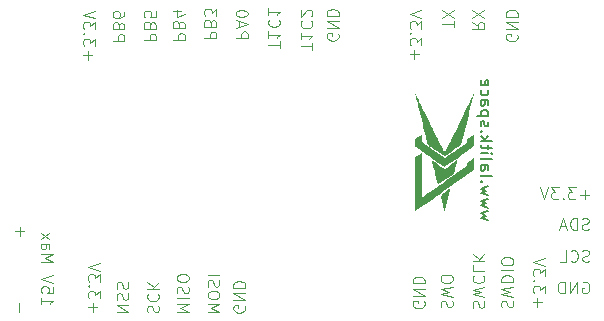
<source format=gbr>
%TF.GenerationSoftware,KiCad,Pcbnew,7.0.5*%
%TF.CreationDate,2023-08-19T00:15:43-06:00*%
%TF.ProjectId,STM32PlayBoard_v1,53544d33-3250-46c6-9179-426f6172645f,rev?*%
%TF.SameCoordinates,Original*%
%TF.FileFunction,Legend,Bot*%
%TF.FilePolarity,Positive*%
%FSLAX46Y46*%
G04 Gerber Fmt 4.6, Leading zero omitted, Abs format (unit mm)*
G04 Created by KiCad (PCBNEW 7.0.5) date 2023-08-19 00:15:43*
%MOMM*%
%LPD*%
G01*
G04 APERTURE LIST*
%ADD10C,0.125000*%
%ADD11C,0.200000*%
G04 APERTURE END LIST*
D10*
X50811261Y-67985859D02*
X50858880Y-68081097D01*
X50858880Y-68081097D02*
X50858880Y-68223954D01*
X50858880Y-68223954D02*
X50811261Y-68366811D01*
X50811261Y-68366811D02*
X50716023Y-68462049D01*
X50716023Y-68462049D02*
X50620785Y-68509668D01*
X50620785Y-68509668D02*
X50430309Y-68557287D01*
X50430309Y-68557287D02*
X50287452Y-68557287D01*
X50287452Y-68557287D02*
X50096976Y-68509668D01*
X50096976Y-68509668D02*
X50001738Y-68462049D01*
X50001738Y-68462049D02*
X49906500Y-68366811D01*
X49906500Y-68366811D02*
X49858880Y-68223954D01*
X49858880Y-68223954D02*
X49858880Y-68128716D01*
X49858880Y-68128716D02*
X49906500Y-67985859D01*
X49906500Y-67985859D02*
X49954119Y-67938240D01*
X49954119Y-67938240D02*
X50287452Y-67938240D01*
X50287452Y-67938240D02*
X50287452Y-68128716D01*
X49858880Y-67509668D02*
X50858880Y-67509668D01*
X50858880Y-67509668D02*
X49858880Y-66938240D01*
X49858880Y-66938240D02*
X50858880Y-66938240D01*
X49858880Y-66462049D02*
X50858880Y-66462049D01*
X50858880Y-66462049D02*
X50858880Y-66223954D01*
X50858880Y-66223954D02*
X50811261Y-66081097D01*
X50811261Y-66081097D02*
X50716023Y-65985859D01*
X50716023Y-65985859D02*
X50620785Y-65938240D01*
X50620785Y-65938240D02*
X50430309Y-65890621D01*
X50430309Y-65890621D02*
X50287452Y-65890621D01*
X50287452Y-65890621D02*
X50096976Y-65938240D01*
X50096976Y-65938240D02*
X50001738Y-65985859D01*
X50001738Y-65985859D02*
X49906500Y-66081097D01*
X49906500Y-66081097D02*
X49858880Y-66223954D01*
X49858880Y-66223954D02*
X49858880Y-66462049D01*
X58091261Y-90645859D02*
X58138880Y-90741097D01*
X58138880Y-90741097D02*
X58138880Y-90883954D01*
X58138880Y-90883954D02*
X58091261Y-91026811D01*
X58091261Y-91026811D02*
X57996023Y-91122049D01*
X57996023Y-91122049D02*
X57900785Y-91169668D01*
X57900785Y-91169668D02*
X57710309Y-91217287D01*
X57710309Y-91217287D02*
X57567452Y-91217287D01*
X57567452Y-91217287D02*
X57376976Y-91169668D01*
X57376976Y-91169668D02*
X57281738Y-91122049D01*
X57281738Y-91122049D02*
X57186500Y-91026811D01*
X57186500Y-91026811D02*
X57138880Y-90883954D01*
X57138880Y-90883954D02*
X57138880Y-90788716D01*
X57138880Y-90788716D02*
X57186500Y-90645859D01*
X57186500Y-90645859D02*
X57234119Y-90598240D01*
X57234119Y-90598240D02*
X57567452Y-90598240D01*
X57567452Y-90598240D02*
X57567452Y-90788716D01*
X57138880Y-90169668D02*
X58138880Y-90169668D01*
X58138880Y-90169668D02*
X57138880Y-89598240D01*
X57138880Y-89598240D02*
X58138880Y-89598240D01*
X57138880Y-89122049D02*
X58138880Y-89122049D01*
X58138880Y-89122049D02*
X58138880Y-88883954D01*
X58138880Y-88883954D02*
X58091261Y-88741097D01*
X58091261Y-88741097D02*
X57996023Y-88645859D01*
X57996023Y-88645859D02*
X57900785Y-88598240D01*
X57900785Y-88598240D02*
X57710309Y-88550621D01*
X57710309Y-88550621D02*
X57567452Y-88550621D01*
X57567452Y-88550621D02*
X57376976Y-88598240D01*
X57376976Y-88598240D02*
X57281738Y-88645859D01*
X57281738Y-88645859D02*
X57186500Y-88741097D01*
X57186500Y-88741097D02*
X57138880Y-88883954D01*
X57138880Y-88883954D02*
X57138880Y-89122049D01*
X34706500Y-91567287D02*
X34658880Y-91424430D01*
X34658880Y-91424430D02*
X34658880Y-91186335D01*
X34658880Y-91186335D02*
X34706500Y-91091097D01*
X34706500Y-91091097D02*
X34754119Y-91043478D01*
X34754119Y-91043478D02*
X34849357Y-90995859D01*
X34849357Y-90995859D02*
X34944595Y-90995859D01*
X34944595Y-90995859D02*
X35039833Y-91043478D01*
X35039833Y-91043478D02*
X35087452Y-91091097D01*
X35087452Y-91091097D02*
X35135071Y-91186335D01*
X35135071Y-91186335D02*
X35182690Y-91376811D01*
X35182690Y-91376811D02*
X35230309Y-91472049D01*
X35230309Y-91472049D02*
X35277928Y-91519668D01*
X35277928Y-91519668D02*
X35373166Y-91567287D01*
X35373166Y-91567287D02*
X35468404Y-91567287D01*
X35468404Y-91567287D02*
X35563642Y-91519668D01*
X35563642Y-91519668D02*
X35611261Y-91472049D01*
X35611261Y-91472049D02*
X35658880Y-91376811D01*
X35658880Y-91376811D02*
X35658880Y-91138716D01*
X35658880Y-91138716D02*
X35611261Y-90995859D01*
X34754119Y-89995859D02*
X34706500Y-90043478D01*
X34706500Y-90043478D02*
X34658880Y-90186335D01*
X34658880Y-90186335D02*
X34658880Y-90281573D01*
X34658880Y-90281573D02*
X34706500Y-90424430D01*
X34706500Y-90424430D02*
X34801738Y-90519668D01*
X34801738Y-90519668D02*
X34896976Y-90567287D01*
X34896976Y-90567287D02*
X35087452Y-90614906D01*
X35087452Y-90614906D02*
X35230309Y-90614906D01*
X35230309Y-90614906D02*
X35420785Y-90567287D01*
X35420785Y-90567287D02*
X35516023Y-90519668D01*
X35516023Y-90519668D02*
X35611261Y-90424430D01*
X35611261Y-90424430D02*
X35658880Y-90281573D01*
X35658880Y-90281573D02*
X35658880Y-90186335D01*
X35658880Y-90186335D02*
X35611261Y-90043478D01*
X35611261Y-90043478D02*
X35563642Y-89995859D01*
X34658880Y-89567287D02*
X35658880Y-89567287D01*
X34658880Y-88995859D02*
X35230309Y-89424430D01*
X35658880Y-88995859D02*
X35087452Y-89567287D01*
X62256500Y-91167287D02*
X62208880Y-91024430D01*
X62208880Y-91024430D02*
X62208880Y-90786335D01*
X62208880Y-90786335D02*
X62256500Y-90691097D01*
X62256500Y-90691097D02*
X62304119Y-90643478D01*
X62304119Y-90643478D02*
X62399357Y-90595859D01*
X62399357Y-90595859D02*
X62494595Y-90595859D01*
X62494595Y-90595859D02*
X62589833Y-90643478D01*
X62589833Y-90643478D02*
X62637452Y-90691097D01*
X62637452Y-90691097D02*
X62685071Y-90786335D01*
X62685071Y-90786335D02*
X62732690Y-90976811D01*
X62732690Y-90976811D02*
X62780309Y-91072049D01*
X62780309Y-91072049D02*
X62827928Y-91119668D01*
X62827928Y-91119668D02*
X62923166Y-91167287D01*
X62923166Y-91167287D02*
X63018404Y-91167287D01*
X63018404Y-91167287D02*
X63113642Y-91119668D01*
X63113642Y-91119668D02*
X63161261Y-91072049D01*
X63161261Y-91072049D02*
X63208880Y-90976811D01*
X63208880Y-90976811D02*
X63208880Y-90738716D01*
X63208880Y-90738716D02*
X63161261Y-90595859D01*
X63208880Y-90262525D02*
X62208880Y-90024430D01*
X62208880Y-90024430D02*
X62923166Y-89833954D01*
X62923166Y-89833954D02*
X62208880Y-89643478D01*
X62208880Y-89643478D02*
X63208880Y-89405383D01*
X62304119Y-88453002D02*
X62256500Y-88500621D01*
X62256500Y-88500621D02*
X62208880Y-88643478D01*
X62208880Y-88643478D02*
X62208880Y-88738716D01*
X62208880Y-88738716D02*
X62256500Y-88881573D01*
X62256500Y-88881573D02*
X62351738Y-88976811D01*
X62351738Y-88976811D02*
X62446976Y-89024430D01*
X62446976Y-89024430D02*
X62637452Y-89072049D01*
X62637452Y-89072049D02*
X62780309Y-89072049D01*
X62780309Y-89072049D02*
X62970785Y-89024430D01*
X62970785Y-89024430D02*
X63066023Y-88976811D01*
X63066023Y-88976811D02*
X63161261Y-88881573D01*
X63161261Y-88881573D02*
X63208880Y-88738716D01*
X63208880Y-88738716D02*
X63208880Y-88643478D01*
X63208880Y-88643478D02*
X63161261Y-88500621D01*
X63161261Y-88500621D02*
X63113642Y-88453002D01*
X62208880Y-87548240D02*
X62208880Y-88024430D01*
X62208880Y-88024430D02*
X63208880Y-88024430D01*
X62208880Y-87214906D02*
X63208880Y-87214906D01*
X62208880Y-86643478D02*
X62780309Y-87072049D01*
X63208880Y-86643478D02*
X62637452Y-87214906D01*
X39778880Y-91519668D02*
X40778880Y-91519668D01*
X40778880Y-91519668D02*
X40064595Y-91186335D01*
X40064595Y-91186335D02*
X40778880Y-90853002D01*
X40778880Y-90853002D02*
X39778880Y-90853002D01*
X40778880Y-90186335D02*
X40778880Y-89995859D01*
X40778880Y-89995859D02*
X40731261Y-89900621D01*
X40731261Y-89900621D02*
X40636023Y-89805383D01*
X40636023Y-89805383D02*
X40445547Y-89757764D01*
X40445547Y-89757764D02*
X40112214Y-89757764D01*
X40112214Y-89757764D02*
X39921738Y-89805383D01*
X39921738Y-89805383D02*
X39826500Y-89900621D01*
X39826500Y-89900621D02*
X39778880Y-89995859D01*
X39778880Y-89995859D02*
X39778880Y-90186335D01*
X39778880Y-90186335D02*
X39826500Y-90281573D01*
X39826500Y-90281573D02*
X39921738Y-90376811D01*
X39921738Y-90376811D02*
X40112214Y-90424430D01*
X40112214Y-90424430D02*
X40445547Y-90424430D01*
X40445547Y-90424430D02*
X40636023Y-90376811D01*
X40636023Y-90376811D02*
X40731261Y-90281573D01*
X40731261Y-90281573D02*
X40778880Y-90186335D01*
X39826500Y-89376811D02*
X39778880Y-89233954D01*
X39778880Y-89233954D02*
X39778880Y-88995859D01*
X39778880Y-88995859D02*
X39826500Y-88900621D01*
X39826500Y-88900621D02*
X39874119Y-88853002D01*
X39874119Y-88853002D02*
X39969357Y-88805383D01*
X39969357Y-88805383D02*
X40064595Y-88805383D01*
X40064595Y-88805383D02*
X40159833Y-88853002D01*
X40159833Y-88853002D02*
X40207452Y-88900621D01*
X40207452Y-88900621D02*
X40255071Y-88995859D01*
X40255071Y-88995859D02*
X40302690Y-89186335D01*
X40302690Y-89186335D02*
X40350309Y-89281573D01*
X40350309Y-89281573D02*
X40397928Y-89329192D01*
X40397928Y-89329192D02*
X40493166Y-89376811D01*
X40493166Y-89376811D02*
X40588404Y-89376811D01*
X40588404Y-89376811D02*
X40683642Y-89329192D01*
X40683642Y-89329192D02*
X40731261Y-89281573D01*
X40731261Y-89281573D02*
X40778880Y-89186335D01*
X40778880Y-89186335D02*
X40778880Y-88948240D01*
X40778880Y-88948240D02*
X40731261Y-88805383D01*
X39778880Y-88376811D02*
X40778880Y-88376811D01*
X59556500Y-91147287D02*
X59508880Y-91004430D01*
X59508880Y-91004430D02*
X59508880Y-90766335D01*
X59508880Y-90766335D02*
X59556500Y-90671097D01*
X59556500Y-90671097D02*
X59604119Y-90623478D01*
X59604119Y-90623478D02*
X59699357Y-90575859D01*
X59699357Y-90575859D02*
X59794595Y-90575859D01*
X59794595Y-90575859D02*
X59889833Y-90623478D01*
X59889833Y-90623478D02*
X59937452Y-90671097D01*
X59937452Y-90671097D02*
X59985071Y-90766335D01*
X59985071Y-90766335D02*
X60032690Y-90956811D01*
X60032690Y-90956811D02*
X60080309Y-91052049D01*
X60080309Y-91052049D02*
X60127928Y-91099668D01*
X60127928Y-91099668D02*
X60223166Y-91147287D01*
X60223166Y-91147287D02*
X60318404Y-91147287D01*
X60318404Y-91147287D02*
X60413642Y-91099668D01*
X60413642Y-91099668D02*
X60461261Y-91052049D01*
X60461261Y-91052049D02*
X60508880Y-90956811D01*
X60508880Y-90956811D02*
X60508880Y-90718716D01*
X60508880Y-90718716D02*
X60461261Y-90575859D01*
X60508880Y-90242525D02*
X59508880Y-90004430D01*
X59508880Y-90004430D02*
X60223166Y-89813954D01*
X60223166Y-89813954D02*
X59508880Y-89623478D01*
X59508880Y-89623478D02*
X60508880Y-89385383D01*
X60508880Y-88813954D02*
X60508880Y-88623478D01*
X60508880Y-88623478D02*
X60461261Y-88528240D01*
X60461261Y-88528240D02*
X60366023Y-88433002D01*
X60366023Y-88433002D02*
X60175547Y-88385383D01*
X60175547Y-88385383D02*
X59842214Y-88385383D01*
X59842214Y-88385383D02*
X59651738Y-88433002D01*
X59651738Y-88433002D02*
X59556500Y-88528240D01*
X59556500Y-88528240D02*
X59508880Y-88623478D01*
X59508880Y-88623478D02*
X59508880Y-88813954D01*
X59508880Y-88813954D02*
X59556500Y-88909192D01*
X59556500Y-88909192D02*
X59651738Y-89004430D01*
X59651738Y-89004430D02*
X59842214Y-89052049D01*
X59842214Y-89052049D02*
X60175547Y-89052049D01*
X60175547Y-89052049D02*
X60366023Y-89004430D01*
X60366023Y-89004430D02*
X60461261Y-88909192D01*
X60461261Y-88909192D02*
X60508880Y-88813954D01*
X29619833Y-70159668D02*
X29619833Y-69397764D01*
X29238880Y-69778716D02*
X30000785Y-69778716D01*
X30238880Y-69016811D02*
X30238880Y-68397764D01*
X30238880Y-68397764D02*
X29857928Y-68731097D01*
X29857928Y-68731097D02*
X29857928Y-68588240D01*
X29857928Y-68588240D02*
X29810309Y-68493002D01*
X29810309Y-68493002D02*
X29762690Y-68445383D01*
X29762690Y-68445383D02*
X29667452Y-68397764D01*
X29667452Y-68397764D02*
X29429357Y-68397764D01*
X29429357Y-68397764D02*
X29334119Y-68445383D01*
X29334119Y-68445383D02*
X29286500Y-68493002D01*
X29286500Y-68493002D02*
X29238880Y-68588240D01*
X29238880Y-68588240D02*
X29238880Y-68873954D01*
X29238880Y-68873954D02*
X29286500Y-68969192D01*
X29286500Y-68969192D02*
X29334119Y-69016811D01*
X29334119Y-67969192D02*
X29286500Y-67921573D01*
X29286500Y-67921573D02*
X29238880Y-67969192D01*
X29238880Y-67969192D02*
X29286500Y-68016811D01*
X29286500Y-68016811D02*
X29334119Y-67969192D01*
X29334119Y-67969192D02*
X29238880Y-67969192D01*
X30238880Y-67588240D02*
X30238880Y-66969193D01*
X30238880Y-66969193D02*
X29857928Y-67302526D01*
X29857928Y-67302526D02*
X29857928Y-67159669D01*
X29857928Y-67159669D02*
X29810309Y-67064431D01*
X29810309Y-67064431D02*
X29762690Y-67016812D01*
X29762690Y-67016812D02*
X29667452Y-66969193D01*
X29667452Y-66969193D02*
X29429357Y-66969193D01*
X29429357Y-66969193D02*
X29334119Y-67016812D01*
X29334119Y-67016812D02*
X29286500Y-67064431D01*
X29286500Y-67064431D02*
X29238880Y-67159669D01*
X29238880Y-67159669D02*
X29238880Y-67445383D01*
X29238880Y-67445383D02*
X29286500Y-67540621D01*
X29286500Y-67540621D02*
X29334119Y-67588240D01*
X30238880Y-66683478D02*
X29238880Y-66350145D01*
X29238880Y-66350145D02*
X30238880Y-66016812D01*
X25688880Y-90315859D02*
X25688880Y-90887287D01*
X25688880Y-90601573D02*
X26688880Y-90601573D01*
X26688880Y-90601573D02*
X26546023Y-90696811D01*
X26546023Y-90696811D02*
X26450785Y-90792049D01*
X26450785Y-90792049D02*
X26403166Y-90887287D01*
X26688880Y-89411097D02*
X26688880Y-89887287D01*
X26688880Y-89887287D02*
X26212690Y-89934906D01*
X26212690Y-89934906D02*
X26260309Y-89887287D01*
X26260309Y-89887287D02*
X26307928Y-89792049D01*
X26307928Y-89792049D02*
X26307928Y-89553954D01*
X26307928Y-89553954D02*
X26260309Y-89458716D01*
X26260309Y-89458716D02*
X26212690Y-89411097D01*
X26212690Y-89411097D02*
X26117452Y-89363478D01*
X26117452Y-89363478D02*
X25879357Y-89363478D01*
X25879357Y-89363478D02*
X25784119Y-89411097D01*
X25784119Y-89411097D02*
X25736500Y-89458716D01*
X25736500Y-89458716D02*
X25688880Y-89553954D01*
X25688880Y-89553954D02*
X25688880Y-89792049D01*
X25688880Y-89792049D02*
X25736500Y-89887287D01*
X25736500Y-89887287D02*
X25784119Y-89934906D01*
X26688880Y-89077763D02*
X25688880Y-88744430D01*
X25688880Y-88744430D02*
X26688880Y-88411097D01*
X25688880Y-87315858D02*
X26688880Y-87315858D01*
X26688880Y-87315858D02*
X25974595Y-86982525D01*
X25974595Y-86982525D02*
X26688880Y-86649192D01*
X26688880Y-86649192D02*
X25688880Y-86649192D01*
X25688880Y-85744430D02*
X26212690Y-85744430D01*
X26212690Y-85744430D02*
X26307928Y-85792049D01*
X26307928Y-85792049D02*
X26355547Y-85887287D01*
X26355547Y-85887287D02*
X26355547Y-86077763D01*
X26355547Y-86077763D02*
X26307928Y-86173001D01*
X25736500Y-85744430D02*
X25688880Y-85839668D01*
X25688880Y-85839668D02*
X25688880Y-86077763D01*
X25688880Y-86077763D02*
X25736500Y-86173001D01*
X25736500Y-86173001D02*
X25831738Y-86220620D01*
X25831738Y-86220620D02*
X25926976Y-86220620D01*
X25926976Y-86220620D02*
X26022214Y-86173001D01*
X26022214Y-86173001D02*
X26069833Y-86077763D01*
X26069833Y-86077763D02*
X26069833Y-85839668D01*
X26069833Y-85839668D02*
X26117452Y-85744430D01*
X25688880Y-85363477D02*
X26355547Y-84839668D01*
X26355547Y-85363477D02*
X25688880Y-84839668D01*
X37168880Y-91519668D02*
X38168880Y-91519668D01*
X38168880Y-91519668D02*
X37454595Y-91186335D01*
X37454595Y-91186335D02*
X38168880Y-90853002D01*
X38168880Y-90853002D02*
X37168880Y-90853002D01*
X37168880Y-90376811D02*
X38168880Y-90376811D01*
X37216500Y-89948240D02*
X37168880Y-89805383D01*
X37168880Y-89805383D02*
X37168880Y-89567288D01*
X37168880Y-89567288D02*
X37216500Y-89472050D01*
X37216500Y-89472050D02*
X37264119Y-89424431D01*
X37264119Y-89424431D02*
X37359357Y-89376812D01*
X37359357Y-89376812D02*
X37454595Y-89376812D01*
X37454595Y-89376812D02*
X37549833Y-89424431D01*
X37549833Y-89424431D02*
X37597452Y-89472050D01*
X37597452Y-89472050D02*
X37645071Y-89567288D01*
X37645071Y-89567288D02*
X37692690Y-89757764D01*
X37692690Y-89757764D02*
X37740309Y-89853002D01*
X37740309Y-89853002D02*
X37787928Y-89900621D01*
X37787928Y-89900621D02*
X37883166Y-89948240D01*
X37883166Y-89948240D02*
X37978404Y-89948240D01*
X37978404Y-89948240D02*
X38073642Y-89900621D01*
X38073642Y-89900621D02*
X38121261Y-89853002D01*
X38121261Y-89853002D02*
X38168880Y-89757764D01*
X38168880Y-89757764D02*
X38168880Y-89519669D01*
X38168880Y-89519669D02*
X38121261Y-89376812D01*
X38168880Y-88757764D02*
X38168880Y-88567288D01*
X38168880Y-88567288D02*
X38121261Y-88472050D01*
X38121261Y-88472050D02*
X38026023Y-88376812D01*
X38026023Y-88376812D02*
X37835547Y-88329193D01*
X37835547Y-88329193D02*
X37502214Y-88329193D01*
X37502214Y-88329193D02*
X37311738Y-88376812D01*
X37311738Y-88376812D02*
X37216500Y-88472050D01*
X37216500Y-88472050D02*
X37168880Y-88567288D01*
X37168880Y-88567288D02*
X37168880Y-88757764D01*
X37168880Y-88757764D02*
X37216500Y-88853002D01*
X37216500Y-88853002D02*
X37311738Y-88948240D01*
X37311738Y-88948240D02*
X37502214Y-88995859D01*
X37502214Y-88995859D02*
X37835547Y-88995859D01*
X37835547Y-88995859D02*
X38026023Y-88948240D01*
X38026023Y-88948240D02*
X38121261Y-88853002D01*
X38121261Y-88853002D02*
X38168880Y-88757764D01*
X31728880Y-68589668D02*
X32728880Y-68589668D01*
X32728880Y-68589668D02*
X32728880Y-68208716D01*
X32728880Y-68208716D02*
X32681261Y-68113478D01*
X32681261Y-68113478D02*
X32633642Y-68065859D01*
X32633642Y-68065859D02*
X32538404Y-68018240D01*
X32538404Y-68018240D02*
X32395547Y-68018240D01*
X32395547Y-68018240D02*
X32300309Y-68065859D01*
X32300309Y-68065859D02*
X32252690Y-68113478D01*
X32252690Y-68113478D02*
X32205071Y-68208716D01*
X32205071Y-68208716D02*
X32205071Y-68589668D01*
X32252690Y-67256335D02*
X32205071Y-67113478D01*
X32205071Y-67113478D02*
X32157452Y-67065859D01*
X32157452Y-67065859D02*
X32062214Y-67018240D01*
X32062214Y-67018240D02*
X31919357Y-67018240D01*
X31919357Y-67018240D02*
X31824119Y-67065859D01*
X31824119Y-67065859D02*
X31776500Y-67113478D01*
X31776500Y-67113478D02*
X31728880Y-67208716D01*
X31728880Y-67208716D02*
X31728880Y-67589668D01*
X31728880Y-67589668D02*
X32728880Y-67589668D01*
X32728880Y-67589668D02*
X32728880Y-67256335D01*
X32728880Y-67256335D02*
X32681261Y-67161097D01*
X32681261Y-67161097D02*
X32633642Y-67113478D01*
X32633642Y-67113478D02*
X32538404Y-67065859D01*
X32538404Y-67065859D02*
X32443166Y-67065859D01*
X32443166Y-67065859D02*
X32347928Y-67113478D01*
X32347928Y-67113478D02*
X32300309Y-67161097D01*
X32300309Y-67161097D02*
X32252690Y-67256335D01*
X32252690Y-67256335D02*
X32252690Y-67589668D01*
X32728880Y-66161097D02*
X32728880Y-66351573D01*
X32728880Y-66351573D02*
X32681261Y-66446811D01*
X32681261Y-66446811D02*
X32633642Y-66494430D01*
X32633642Y-66494430D02*
X32490785Y-66589668D01*
X32490785Y-66589668D02*
X32300309Y-66637287D01*
X32300309Y-66637287D02*
X31919357Y-66637287D01*
X31919357Y-66637287D02*
X31824119Y-66589668D01*
X31824119Y-66589668D02*
X31776500Y-66542049D01*
X31776500Y-66542049D02*
X31728880Y-66446811D01*
X31728880Y-66446811D02*
X31728880Y-66256335D01*
X31728880Y-66256335D02*
X31776500Y-66161097D01*
X31776500Y-66161097D02*
X31824119Y-66113478D01*
X31824119Y-66113478D02*
X31919357Y-66065859D01*
X31919357Y-66065859D02*
X32157452Y-66065859D01*
X32157452Y-66065859D02*
X32252690Y-66113478D01*
X32252690Y-66113478D02*
X32300309Y-66161097D01*
X32300309Y-66161097D02*
X32347928Y-66256335D01*
X32347928Y-66256335D02*
X32347928Y-66446811D01*
X32347928Y-66446811D02*
X32300309Y-66542049D01*
X32300309Y-66542049D02*
X32252690Y-66589668D01*
X32252690Y-66589668D02*
X32157452Y-66637287D01*
X23820166Y-90770331D02*
X23820166Y-91532236D01*
D11*
X63549447Y-83755564D02*
X62882780Y-83565088D01*
X62882780Y-83565088D02*
X63358971Y-83374612D01*
X63358971Y-83374612D02*
X62882780Y-83184136D01*
X62882780Y-83184136D02*
X63549447Y-82993660D01*
X63549447Y-82707945D02*
X62882780Y-82517469D01*
X62882780Y-82517469D02*
X63358971Y-82326993D01*
X63358971Y-82326993D02*
X62882780Y-82136517D01*
X62882780Y-82136517D02*
X63549447Y-81946041D01*
X63549447Y-81660326D02*
X62882780Y-81469850D01*
X62882780Y-81469850D02*
X63358971Y-81279374D01*
X63358971Y-81279374D02*
X62882780Y-81088898D01*
X62882780Y-81088898D02*
X63549447Y-80898422D01*
X62978019Y-80517469D02*
X62930400Y-80469850D01*
X62930400Y-80469850D02*
X62882780Y-80517469D01*
X62882780Y-80517469D02*
X62930400Y-80565088D01*
X62930400Y-80565088D02*
X62978019Y-80517469D01*
X62978019Y-80517469D02*
X62882780Y-80517469D01*
X62882780Y-79898422D02*
X62930400Y-79993660D01*
X62930400Y-79993660D02*
X63025638Y-80041279D01*
X63025638Y-80041279D02*
X63882780Y-80041279D01*
X62882780Y-79088898D02*
X63406590Y-79088898D01*
X63406590Y-79088898D02*
X63501828Y-79136517D01*
X63501828Y-79136517D02*
X63549447Y-79231755D01*
X63549447Y-79231755D02*
X63549447Y-79422231D01*
X63549447Y-79422231D02*
X63501828Y-79517469D01*
X62930400Y-79088898D02*
X62882780Y-79184136D01*
X62882780Y-79184136D02*
X62882780Y-79422231D01*
X62882780Y-79422231D02*
X62930400Y-79517469D01*
X62930400Y-79517469D02*
X63025638Y-79565088D01*
X63025638Y-79565088D02*
X63120876Y-79565088D01*
X63120876Y-79565088D02*
X63216114Y-79517469D01*
X63216114Y-79517469D02*
X63263733Y-79422231D01*
X63263733Y-79422231D02*
X63263733Y-79184136D01*
X63263733Y-79184136D02*
X63311352Y-79088898D01*
X62882780Y-78469850D02*
X62930400Y-78565088D01*
X62930400Y-78565088D02*
X63025638Y-78612707D01*
X63025638Y-78612707D02*
X63882780Y-78612707D01*
X62882780Y-78088897D02*
X63549447Y-78088897D01*
X63882780Y-78088897D02*
X63835161Y-78136516D01*
X63835161Y-78136516D02*
X63787542Y-78088897D01*
X63787542Y-78088897D02*
X63835161Y-78041278D01*
X63835161Y-78041278D02*
X63882780Y-78088897D01*
X63882780Y-78088897D02*
X63787542Y-78088897D01*
X63549447Y-77755564D02*
X63549447Y-77374612D01*
X63882780Y-77612707D02*
X63025638Y-77612707D01*
X63025638Y-77612707D02*
X62930400Y-77565088D01*
X62930400Y-77565088D02*
X62882780Y-77469850D01*
X62882780Y-77469850D02*
X62882780Y-77374612D01*
X62882780Y-77041278D02*
X63882780Y-77041278D01*
X63263733Y-76946040D02*
X62882780Y-76660326D01*
X63549447Y-76660326D02*
X63168495Y-77041278D01*
X62978019Y-76231754D02*
X62930400Y-76184135D01*
X62930400Y-76184135D02*
X62882780Y-76231754D01*
X62882780Y-76231754D02*
X62930400Y-76279373D01*
X62930400Y-76279373D02*
X62978019Y-76231754D01*
X62978019Y-76231754D02*
X62882780Y-76231754D01*
X62930400Y-75803183D02*
X62882780Y-75707945D01*
X62882780Y-75707945D02*
X62882780Y-75517469D01*
X62882780Y-75517469D02*
X62930400Y-75422231D01*
X62930400Y-75422231D02*
X63025638Y-75374612D01*
X63025638Y-75374612D02*
X63073257Y-75374612D01*
X63073257Y-75374612D02*
X63168495Y-75422231D01*
X63168495Y-75422231D02*
X63216114Y-75517469D01*
X63216114Y-75517469D02*
X63216114Y-75660326D01*
X63216114Y-75660326D02*
X63263733Y-75755564D01*
X63263733Y-75755564D02*
X63358971Y-75803183D01*
X63358971Y-75803183D02*
X63406590Y-75803183D01*
X63406590Y-75803183D02*
X63501828Y-75755564D01*
X63501828Y-75755564D02*
X63549447Y-75660326D01*
X63549447Y-75660326D02*
X63549447Y-75517469D01*
X63549447Y-75517469D02*
X63501828Y-75422231D01*
X63549447Y-74946040D02*
X62549447Y-74946040D01*
X63501828Y-74946040D02*
X63549447Y-74850802D01*
X63549447Y-74850802D02*
X63549447Y-74660326D01*
X63549447Y-74660326D02*
X63501828Y-74565088D01*
X63501828Y-74565088D02*
X63454209Y-74517469D01*
X63454209Y-74517469D02*
X63358971Y-74469850D01*
X63358971Y-74469850D02*
X63073257Y-74469850D01*
X63073257Y-74469850D02*
X62978019Y-74517469D01*
X62978019Y-74517469D02*
X62930400Y-74565088D01*
X62930400Y-74565088D02*
X62882780Y-74660326D01*
X62882780Y-74660326D02*
X62882780Y-74850802D01*
X62882780Y-74850802D02*
X62930400Y-74946040D01*
X62882780Y-73612707D02*
X63406590Y-73612707D01*
X63406590Y-73612707D02*
X63501828Y-73660326D01*
X63501828Y-73660326D02*
X63549447Y-73755564D01*
X63549447Y-73755564D02*
X63549447Y-73946040D01*
X63549447Y-73946040D02*
X63501828Y-74041278D01*
X62930400Y-73612707D02*
X62882780Y-73707945D01*
X62882780Y-73707945D02*
X62882780Y-73946040D01*
X62882780Y-73946040D02*
X62930400Y-74041278D01*
X62930400Y-74041278D02*
X63025638Y-74088897D01*
X63025638Y-74088897D02*
X63120876Y-74088897D01*
X63120876Y-74088897D02*
X63216114Y-74041278D01*
X63216114Y-74041278D02*
X63263733Y-73946040D01*
X63263733Y-73946040D02*
X63263733Y-73707945D01*
X63263733Y-73707945D02*
X63311352Y-73612707D01*
X62930400Y-72707945D02*
X62882780Y-72803183D01*
X62882780Y-72803183D02*
X62882780Y-72993659D01*
X62882780Y-72993659D02*
X62930400Y-73088897D01*
X62930400Y-73088897D02*
X62978019Y-73136516D01*
X62978019Y-73136516D02*
X63073257Y-73184135D01*
X63073257Y-73184135D02*
X63358971Y-73184135D01*
X63358971Y-73184135D02*
X63454209Y-73136516D01*
X63454209Y-73136516D02*
X63501828Y-73088897D01*
X63501828Y-73088897D02*
X63549447Y-72993659D01*
X63549447Y-72993659D02*
X63549447Y-72803183D01*
X63549447Y-72803183D02*
X63501828Y-72707945D01*
X62930400Y-71898421D02*
X62882780Y-71993659D01*
X62882780Y-71993659D02*
X62882780Y-72184135D01*
X62882780Y-72184135D02*
X62930400Y-72279373D01*
X62930400Y-72279373D02*
X63025638Y-72326992D01*
X63025638Y-72326992D02*
X63406590Y-72326992D01*
X63406590Y-72326992D02*
X63501828Y-72279373D01*
X63501828Y-72279373D02*
X63549447Y-72184135D01*
X63549447Y-72184135D02*
X63549447Y-71993659D01*
X63549447Y-71993659D02*
X63501828Y-71898421D01*
X63501828Y-71898421D02*
X63406590Y-71850802D01*
X63406590Y-71850802D02*
X63311352Y-71850802D01*
X63311352Y-71850802D02*
X63216114Y-72326992D01*
D10*
X72079668Y-81600166D02*
X71317764Y-81600166D01*
X71698716Y-81981119D02*
X71698716Y-81219214D01*
X70936811Y-80981119D02*
X70317764Y-80981119D01*
X70317764Y-80981119D02*
X70651097Y-81362071D01*
X70651097Y-81362071D02*
X70508240Y-81362071D01*
X70508240Y-81362071D02*
X70413002Y-81409690D01*
X70413002Y-81409690D02*
X70365383Y-81457309D01*
X70365383Y-81457309D02*
X70317764Y-81552547D01*
X70317764Y-81552547D02*
X70317764Y-81790642D01*
X70317764Y-81790642D02*
X70365383Y-81885880D01*
X70365383Y-81885880D02*
X70413002Y-81933500D01*
X70413002Y-81933500D02*
X70508240Y-81981119D01*
X70508240Y-81981119D02*
X70793954Y-81981119D01*
X70793954Y-81981119D02*
X70889192Y-81933500D01*
X70889192Y-81933500D02*
X70936811Y-81885880D01*
X69889192Y-81885880D02*
X69841573Y-81933500D01*
X69841573Y-81933500D02*
X69889192Y-81981119D01*
X69889192Y-81981119D02*
X69936811Y-81933500D01*
X69936811Y-81933500D02*
X69889192Y-81885880D01*
X69889192Y-81885880D02*
X69889192Y-81981119D01*
X69508240Y-80981119D02*
X68889193Y-80981119D01*
X68889193Y-80981119D02*
X69222526Y-81362071D01*
X69222526Y-81362071D02*
X69079669Y-81362071D01*
X69079669Y-81362071D02*
X68984431Y-81409690D01*
X68984431Y-81409690D02*
X68936812Y-81457309D01*
X68936812Y-81457309D02*
X68889193Y-81552547D01*
X68889193Y-81552547D02*
X68889193Y-81790642D01*
X68889193Y-81790642D02*
X68936812Y-81885880D01*
X68936812Y-81885880D02*
X68984431Y-81933500D01*
X68984431Y-81933500D02*
X69079669Y-81981119D01*
X69079669Y-81981119D02*
X69365383Y-81981119D01*
X69365383Y-81981119D02*
X69460621Y-81933500D01*
X69460621Y-81933500D02*
X69508240Y-81885880D01*
X68603478Y-80981119D02*
X68270145Y-81981119D01*
X68270145Y-81981119D02*
X67936812Y-80981119D01*
X67699833Y-91079668D02*
X67699833Y-90317764D01*
X67318880Y-90698716D02*
X68080785Y-90698716D01*
X68318880Y-89936811D02*
X68318880Y-89317764D01*
X68318880Y-89317764D02*
X67937928Y-89651097D01*
X67937928Y-89651097D02*
X67937928Y-89508240D01*
X67937928Y-89508240D02*
X67890309Y-89413002D01*
X67890309Y-89413002D02*
X67842690Y-89365383D01*
X67842690Y-89365383D02*
X67747452Y-89317764D01*
X67747452Y-89317764D02*
X67509357Y-89317764D01*
X67509357Y-89317764D02*
X67414119Y-89365383D01*
X67414119Y-89365383D02*
X67366500Y-89413002D01*
X67366500Y-89413002D02*
X67318880Y-89508240D01*
X67318880Y-89508240D02*
X67318880Y-89793954D01*
X67318880Y-89793954D02*
X67366500Y-89889192D01*
X67366500Y-89889192D02*
X67414119Y-89936811D01*
X67414119Y-88889192D02*
X67366500Y-88841573D01*
X67366500Y-88841573D02*
X67318880Y-88889192D01*
X67318880Y-88889192D02*
X67366500Y-88936811D01*
X67366500Y-88936811D02*
X67414119Y-88889192D01*
X67414119Y-88889192D02*
X67318880Y-88889192D01*
X68318880Y-88508240D02*
X68318880Y-87889193D01*
X68318880Y-87889193D02*
X67937928Y-88222526D01*
X67937928Y-88222526D02*
X67937928Y-88079669D01*
X67937928Y-88079669D02*
X67890309Y-87984431D01*
X67890309Y-87984431D02*
X67842690Y-87936812D01*
X67842690Y-87936812D02*
X67747452Y-87889193D01*
X67747452Y-87889193D02*
X67509357Y-87889193D01*
X67509357Y-87889193D02*
X67414119Y-87936812D01*
X67414119Y-87936812D02*
X67366500Y-87984431D01*
X67366500Y-87984431D02*
X67318880Y-88079669D01*
X67318880Y-88079669D02*
X67318880Y-88365383D01*
X67318880Y-88365383D02*
X67366500Y-88460621D01*
X67366500Y-88460621D02*
X67414119Y-88508240D01*
X68318880Y-87603478D02*
X67318880Y-87270145D01*
X67318880Y-87270145D02*
X68318880Y-86936812D01*
X30039833Y-91529668D02*
X30039833Y-90767764D01*
X29658880Y-91148716D02*
X30420785Y-91148716D01*
X30658880Y-90386811D02*
X30658880Y-89767764D01*
X30658880Y-89767764D02*
X30277928Y-90101097D01*
X30277928Y-90101097D02*
X30277928Y-89958240D01*
X30277928Y-89958240D02*
X30230309Y-89863002D01*
X30230309Y-89863002D02*
X30182690Y-89815383D01*
X30182690Y-89815383D02*
X30087452Y-89767764D01*
X30087452Y-89767764D02*
X29849357Y-89767764D01*
X29849357Y-89767764D02*
X29754119Y-89815383D01*
X29754119Y-89815383D02*
X29706500Y-89863002D01*
X29706500Y-89863002D02*
X29658880Y-89958240D01*
X29658880Y-89958240D02*
X29658880Y-90243954D01*
X29658880Y-90243954D02*
X29706500Y-90339192D01*
X29706500Y-90339192D02*
X29754119Y-90386811D01*
X29754119Y-89339192D02*
X29706500Y-89291573D01*
X29706500Y-89291573D02*
X29658880Y-89339192D01*
X29658880Y-89339192D02*
X29706500Y-89386811D01*
X29706500Y-89386811D02*
X29754119Y-89339192D01*
X29754119Y-89339192D02*
X29658880Y-89339192D01*
X30658880Y-88958240D02*
X30658880Y-88339193D01*
X30658880Y-88339193D02*
X30277928Y-88672526D01*
X30277928Y-88672526D02*
X30277928Y-88529669D01*
X30277928Y-88529669D02*
X30230309Y-88434431D01*
X30230309Y-88434431D02*
X30182690Y-88386812D01*
X30182690Y-88386812D02*
X30087452Y-88339193D01*
X30087452Y-88339193D02*
X29849357Y-88339193D01*
X29849357Y-88339193D02*
X29754119Y-88386812D01*
X29754119Y-88386812D02*
X29706500Y-88434431D01*
X29706500Y-88434431D02*
X29658880Y-88529669D01*
X29658880Y-88529669D02*
X29658880Y-88815383D01*
X29658880Y-88815383D02*
X29706500Y-88910621D01*
X29706500Y-88910621D02*
X29754119Y-88958240D01*
X30658880Y-88053478D02*
X29658880Y-87720145D01*
X29658880Y-87720145D02*
X30658880Y-87386812D01*
X24239668Y-84680166D02*
X23477764Y-84680166D01*
X23858716Y-85061119D02*
X23858716Y-84299214D01*
X39498880Y-68369668D02*
X40498880Y-68369668D01*
X40498880Y-68369668D02*
X40498880Y-67988716D01*
X40498880Y-67988716D02*
X40451261Y-67893478D01*
X40451261Y-67893478D02*
X40403642Y-67845859D01*
X40403642Y-67845859D02*
X40308404Y-67798240D01*
X40308404Y-67798240D02*
X40165547Y-67798240D01*
X40165547Y-67798240D02*
X40070309Y-67845859D01*
X40070309Y-67845859D02*
X40022690Y-67893478D01*
X40022690Y-67893478D02*
X39975071Y-67988716D01*
X39975071Y-67988716D02*
X39975071Y-68369668D01*
X40022690Y-67036335D02*
X39975071Y-66893478D01*
X39975071Y-66893478D02*
X39927452Y-66845859D01*
X39927452Y-66845859D02*
X39832214Y-66798240D01*
X39832214Y-66798240D02*
X39689357Y-66798240D01*
X39689357Y-66798240D02*
X39594119Y-66845859D01*
X39594119Y-66845859D02*
X39546500Y-66893478D01*
X39546500Y-66893478D02*
X39498880Y-66988716D01*
X39498880Y-66988716D02*
X39498880Y-67369668D01*
X39498880Y-67369668D02*
X40498880Y-67369668D01*
X40498880Y-67369668D02*
X40498880Y-67036335D01*
X40498880Y-67036335D02*
X40451261Y-66941097D01*
X40451261Y-66941097D02*
X40403642Y-66893478D01*
X40403642Y-66893478D02*
X40308404Y-66845859D01*
X40308404Y-66845859D02*
X40213166Y-66845859D01*
X40213166Y-66845859D02*
X40117928Y-66893478D01*
X40117928Y-66893478D02*
X40070309Y-66941097D01*
X40070309Y-66941097D02*
X40022690Y-67036335D01*
X40022690Y-67036335D02*
X40022690Y-67369668D01*
X40498880Y-66464906D02*
X40498880Y-65845859D01*
X40498880Y-65845859D02*
X40117928Y-66179192D01*
X40117928Y-66179192D02*
X40117928Y-66036335D01*
X40117928Y-66036335D02*
X40070309Y-65941097D01*
X40070309Y-65941097D02*
X40022690Y-65893478D01*
X40022690Y-65893478D02*
X39927452Y-65845859D01*
X39927452Y-65845859D02*
X39689357Y-65845859D01*
X39689357Y-65845859D02*
X39594119Y-65893478D01*
X39594119Y-65893478D02*
X39546500Y-65941097D01*
X39546500Y-65941097D02*
X39498880Y-66036335D01*
X39498880Y-66036335D02*
X39498880Y-66322049D01*
X39498880Y-66322049D02*
X39546500Y-66417287D01*
X39546500Y-66417287D02*
X39594119Y-66464906D01*
X42158880Y-68349668D02*
X43158880Y-68349668D01*
X43158880Y-68349668D02*
X43158880Y-67968716D01*
X43158880Y-67968716D02*
X43111261Y-67873478D01*
X43111261Y-67873478D02*
X43063642Y-67825859D01*
X43063642Y-67825859D02*
X42968404Y-67778240D01*
X42968404Y-67778240D02*
X42825547Y-67778240D01*
X42825547Y-67778240D02*
X42730309Y-67825859D01*
X42730309Y-67825859D02*
X42682690Y-67873478D01*
X42682690Y-67873478D02*
X42635071Y-67968716D01*
X42635071Y-67968716D02*
X42635071Y-68349668D01*
X42444595Y-67397287D02*
X42444595Y-66921097D01*
X42158880Y-67492525D02*
X43158880Y-67159192D01*
X43158880Y-67159192D02*
X42158880Y-66825859D01*
X43158880Y-66302049D02*
X43158880Y-66206811D01*
X43158880Y-66206811D02*
X43111261Y-66111573D01*
X43111261Y-66111573D02*
X43063642Y-66063954D01*
X43063642Y-66063954D02*
X42968404Y-66016335D01*
X42968404Y-66016335D02*
X42777928Y-65968716D01*
X42777928Y-65968716D02*
X42539833Y-65968716D01*
X42539833Y-65968716D02*
X42349357Y-66016335D01*
X42349357Y-66016335D02*
X42254119Y-66063954D01*
X42254119Y-66063954D02*
X42206500Y-66111573D01*
X42206500Y-66111573D02*
X42158880Y-66206811D01*
X42158880Y-66206811D02*
X42158880Y-66302049D01*
X42158880Y-66302049D02*
X42206500Y-66397287D01*
X42206500Y-66397287D02*
X42254119Y-66444906D01*
X42254119Y-66444906D02*
X42349357Y-66492525D01*
X42349357Y-66492525D02*
X42539833Y-66540144D01*
X42539833Y-66540144D02*
X42777928Y-66540144D01*
X42777928Y-66540144D02*
X42968404Y-66492525D01*
X42968404Y-66492525D02*
X43063642Y-66444906D01*
X43063642Y-66444906D02*
X43111261Y-66397287D01*
X43111261Y-66397287D02*
X43158880Y-66302049D01*
X71525859Y-89008738D02*
X71621097Y-88961119D01*
X71621097Y-88961119D02*
X71763954Y-88961119D01*
X71763954Y-88961119D02*
X71906811Y-89008738D01*
X71906811Y-89008738D02*
X72002049Y-89103976D01*
X72002049Y-89103976D02*
X72049668Y-89199214D01*
X72049668Y-89199214D02*
X72097287Y-89389690D01*
X72097287Y-89389690D02*
X72097287Y-89532547D01*
X72097287Y-89532547D02*
X72049668Y-89723023D01*
X72049668Y-89723023D02*
X72002049Y-89818261D01*
X72002049Y-89818261D02*
X71906811Y-89913500D01*
X71906811Y-89913500D02*
X71763954Y-89961119D01*
X71763954Y-89961119D02*
X71668716Y-89961119D01*
X71668716Y-89961119D02*
X71525859Y-89913500D01*
X71525859Y-89913500D02*
X71478240Y-89865880D01*
X71478240Y-89865880D02*
X71478240Y-89532547D01*
X71478240Y-89532547D02*
X71668716Y-89532547D01*
X71049668Y-89961119D02*
X71049668Y-88961119D01*
X71049668Y-88961119D02*
X70478240Y-89961119D01*
X70478240Y-89961119D02*
X70478240Y-88961119D01*
X70002049Y-89961119D02*
X70002049Y-88961119D01*
X70002049Y-88961119D02*
X69763954Y-88961119D01*
X69763954Y-88961119D02*
X69621097Y-89008738D01*
X69621097Y-89008738D02*
X69525859Y-89103976D01*
X69525859Y-89103976D02*
X69478240Y-89199214D01*
X69478240Y-89199214D02*
X69430621Y-89389690D01*
X69430621Y-89389690D02*
X69430621Y-89532547D01*
X69430621Y-89532547D02*
X69478240Y-89723023D01*
X69478240Y-89723023D02*
X69525859Y-89818261D01*
X69525859Y-89818261D02*
X69621097Y-89913500D01*
X69621097Y-89913500D02*
X69763954Y-89961119D01*
X69763954Y-89961119D02*
X70002049Y-89961119D01*
X72077287Y-87233500D02*
X71934430Y-87281119D01*
X71934430Y-87281119D02*
X71696335Y-87281119D01*
X71696335Y-87281119D02*
X71601097Y-87233500D01*
X71601097Y-87233500D02*
X71553478Y-87185880D01*
X71553478Y-87185880D02*
X71505859Y-87090642D01*
X71505859Y-87090642D02*
X71505859Y-86995404D01*
X71505859Y-86995404D02*
X71553478Y-86900166D01*
X71553478Y-86900166D02*
X71601097Y-86852547D01*
X71601097Y-86852547D02*
X71696335Y-86804928D01*
X71696335Y-86804928D02*
X71886811Y-86757309D01*
X71886811Y-86757309D02*
X71982049Y-86709690D01*
X71982049Y-86709690D02*
X72029668Y-86662071D01*
X72029668Y-86662071D02*
X72077287Y-86566833D01*
X72077287Y-86566833D02*
X72077287Y-86471595D01*
X72077287Y-86471595D02*
X72029668Y-86376357D01*
X72029668Y-86376357D02*
X71982049Y-86328738D01*
X71982049Y-86328738D02*
X71886811Y-86281119D01*
X71886811Y-86281119D02*
X71648716Y-86281119D01*
X71648716Y-86281119D02*
X71505859Y-86328738D01*
X70505859Y-87185880D02*
X70553478Y-87233500D01*
X70553478Y-87233500D02*
X70696335Y-87281119D01*
X70696335Y-87281119D02*
X70791573Y-87281119D01*
X70791573Y-87281119D02*
X70934430Y-87233500D01*
X70934430Y-87233500D02*
X71029668Y-87138261D01*
X71029668Y-87138261D02*
X71077287Y-87043023D01*
X71077287Y-87043023D02*
X71124906Y-86852547D01*
X71124906Y-86852547D02*
X71124906Y-86709690D01*
X71124906Y-86709690D02*
X71077287Y-86519214D01*
X71077287Y-86519214D02*
X71029668Y-86423976D01*
X71029668Y-86423976D02*
X70934430Y-86328738D01*
X70934430Y-86328738D02*
X70791573Y-86281119D01*
X70791573Y-86281119D02*
X70696335Y-86281119D01*
X70696335Y-86281119D02*
X70553478Y-86328738D01*
X70553478Y-86328738D02*
X70505859Y-86376357D01*
X69601097Y-87281119D02*
X70077287Y-87281119D01*
X70077287Y-87281119D02*
X70077287Y-86281119D01*
X57259833Y-70109668D02*
X57259833Y-69347764D01*
X56878880Y-69728716D02*
X57640785Y-69728716D01*
X57878880Y-68966811D02*
X57878880Y-68347764D01*
X57878880Y-68347764D02*
X57497928Y-68681097D01*
X57497928Y-68681097D02*
X57497928Y-68538240D01*
X57497928Y-68538240D02*
X57450309Y-68443002D01*
X57450309Y-68443002D02*
X57402690Y-68395383D01*
X57402690Y-68395383D02*
X57307452Y-68347764D01*
X57307452Y-68347764D02*
X57069357Y-68347764D01*
X57069357Y-68347764D02*
X56974119Y-68395383D01*
X56974119Y-68395383D02*
X56926500Y-68443002D01*
X56926500Y-68443002D02*
X56878880Y-68538240D01*
X56878880Y-68538240D02*
X56878880Y-68823954D01*
X56878880Y-68823954D02*
X56926500Y-68919192D01*
X56926500Y-68919192D02*
X56974119Y-68966811D01*
X56974119Y-67919192D02*
X56926500Y-67871573D01*
X56926500Y-67871573D02*
X56878880Y-67919192D01*
X56878880Y-67919192D02*
X56926500Y-67966811D01*
X56926500Y-67966811D02*
X56974119Y-67919192D01*
X56974119Y-67919192D02*
X56878880Y-67919192D01*
X57878880Y-67538240D02*
X57878880Y-66919193D01*
X57878880Y-66919193D02*
X57497928Y-67252526D01*
X57497928Y-67252526D02*
X57497928Y-67109669D01*
X57497928Y-67109669D02*
X57450309Y-67014431D01*
X57450309Y-67014431D02*
X57402690Y-66966812D01*
X57402690Y-66966812D02*
X57307452Y-66919193D01*
X57307452Y-66919193D02*
X57069357Y-66919193D01*
X57069357Y-66919193D02*
X56974119Y-66966812D01*
X56974119Y-66966812D02*
X56926500Y-67014431D01*
X56926500Y-67014431D02*
X56878880Y-67109669D01*
X56878880Y-67109669D02*
X56878880Y-67395383D01*
X56878880Y-67395383D02*
X56926500Y-67490621D01*
X56926500Y-67490621D02*
X56974119Y-67538240D01*
X57878880Y-66633478D02*
X56878880Y-66300145D01*
X56878880Y-66300145D02*
X57878880Y-65966812D01*
X60618880Y-67442525D02*
X60618880Y-66871097D01*
X59618880Y-67156811D02*
X60618880Y-67156811D01*
X60618880Y-66633001D02*
X59618880Y-65966335D01*
X60618880Y-65966335D02*
X59618880Y-66633001D01*
X72037287Y-84533500D02*
X71894430Y-84581119D01*
X71894430Y-84581119D02*
X71656335Y-84581119D01*
X71656335Y-84581119D02*
X71561097Y-84533500D01*
X71561097Y-84533500D02*
X71513478Y-84485880D01*
X71513478Y-84485880D02*
X71465859Y-84390642D01*
X71465859Y-84390642D02*
X71465859Y-84295404D01*
X71465859Y-84295404D02*
X71513478Y-84200166D01*
X71513478Y-84200166D02*
X71561097Y-84152547D01*
X71561097Y-84152547D02*
X71656335Y-84104928D01*
X71656335Y-84104928D02*
X71846811Y-84057309D01*
X71846811Y-84057309D02*
X71942049Y-84009690D01*
X71942049Y-84009690D02*
X71989668Y-83962071D01*
X71989668Y-83962071D02*
X72037287Y-83866833D01*
X72037287Y-83866833D02*
X72037287Y-83771595D01*
X72037287Y-83771595D02*
X71989668Y-83676357D01*
X71989668Y-83676357D02*
X71942049Y-83628738D01*
X71942049Y-83628738D02*
X71846811Y-83581119D01*
X71846811Y-83581119D02*
X71608716Y-83581119D01*
X71608716Y-83581119D02*
X71465859Y-83628738D01*
X71037287Y-84581119D02*
X71037287Y-83581119D01*
X71037287Y-83581119D02*
X70799192Y-83581119D01*
X70799192Y-83581119D02*
X70656335Y-83628738D01*
X70656335Y-83628738D02*
X70561097Y-83723976D01*
X70561097Y-83723976D02*
X70513478Y-83819214D01*
X70513478Y-83819214D02*
X70465859Y-84009690D01*
X70465859Y-84009690D02*
X70465859Y-84152547D01*
X70465859Y-84152547D02*
X70513478Y-84343023D01*
X70513478Y-84343023D02*
X70561097Y-84438261D01*
X70561097Y-84438261D02*
X70656335Y-84533500D01*
X70656335Y-84533500D02*
X70799192Y-84581119D01*
X70799192Y-84581119D02*
X71037287Y-84581119D01*
X70084906Y-84295404D02*
X69608716Y-84295404D01*
X70180144Y-84581119D02*
X69846811Y-83581119D01*
X69846811Y-83581119D02*
X69513478Y-84581119D01*
X34378880Y-68539668D02*
X35378880Y-68539668D01*
X35378880Y-68539668D02*
X35378880Y-68158716D01*
X35378880Y-68158716D02*
X35331261Y-68063478D01*
X35331261Y-68063478D02*
X35283642Y-68015859D01*
X35283642Y-68015859D02*
X35188404Y-67968240D01*
X35188404Y-67968240D02*
X35045547Y-67968240D01*
X35045547Y-67968240D02*
X34950309Y-68015859D01*
X34950309Y-68015859D02*
X34902690Y-68063478D01*
X34902690Y-68063478D02*
X34855071Y-68158716D01*
X34855071Y-68158716D02*
X34855071Y-68539668D01*
X34902690Y-67206335D02*
X34855071Y-67063478D01*
X34855071Y-67063478D02*
X34807452Y-67015859D01*
X34807452Y-67015859D02*
X34712214Y-66968240D01*
X34712214Y-66968240D02*
X34569357Y-66968240D01*
X34569357Y-66968240D02*
X34474119Y-67015859D01*
X34474119Y-67015859D02*
X34426500Y-67063478D01*
X34426500Y-67063478D02*
X34378880Y-67158716D01*
X34378880Y-67158716D02*
X34378880Y-67539668D01*
X34378880Y-67539668D02*
X35378880Y-67539668D01*
X35378880Y-67539668D02*
X35378880Y-67206335D01*
X35378880Y-67206335D02*
X35331261Y-67111097D01*
X35331261Y-67111097D02*
X35283642Y-67063478D01*
X35283642Y-67063478D02*
X35188404Y-67015859D01*
X35188404Y-67015859D02*
X35093166Y-67015859D01*
X35093166Y-67015859D02*
X34997928Y-67063478D01*
X34997928Y-67063478D02*
X34950309Y-67111097D01*
X34950309Y-67111097D02*
X34902690Y-67206335D01*
X34902690Y-67206335D02*
X34902690Y-67539668D01*
X35378880Y-66063478D02*
X35378880Y-66539668D01*
X35378880Y-66539668D02*
X34902690Y-66587287D01*
X34902690Y-66587287D02*
X34950309Y-66539668D01*
X34950309Y-66539668D02*
X34997928Y-66444430D01*
X34997928Y-66444430D02*
X34997928Y-66206335D01*
X34997928Y-66206335D02*
X34950309Y-66111097D01*
X34950309Y-66111097D02*
X34902690Y-66063478D01*
X34902690Y-66063478D02*
X34807452Y-66015859D01*
X34807452Y-66015859D02*
X34569357Y-66015859D01*
X34569357Y-66015859D02*
X34474119Y-66063478D01*
X34474119Y-66063478D02*
X34426500Y-66111097D01*
X34426500Y-66111097D02*
X34378880Y-66206335D01*
X34378880Y-66206335D02*
X34378880Y-66444430D01*
X34378880Y-66444430D02*
X34426500Y-66539668D01*
X34426500Y-66539668D02*
X34474119Y-66587287D01*
X45898880Y-69202525D02*
X45898880Y-68631097D01*
X44898880Y-68916811D02*
X45898880Y-68916811D01*
X44898880Y-67773954D02*
X44898880Y-68345382D01*
X44898880Y-68059668D02*
X45898880Y-68059668D01*
X45898880Y-68059668D02*
X45756023Y-68154906D01*
X45756023Y-68154906D02*
X45660785Y-68250144D01*
X45660785Y-68250144D02*
X45613166Y-68345382D01*
X44994119Y-66773954D02*
X44946500Y-66821573D01*
X44946500Y-66821573D02*
X44898880Y-66964430D01*
X44898880Y-66964430D02*
X44898880Y-67059668D01*
X44898880Y-67059668D02*
X44946500Y-67202525D01*
X44946500Y-67202525D02*
X45041738Y-67297763D01*
X45041738Y-67297763D02*
X45136976Y-67345382D01*
X45136976Y-67345382D02*
X45327452Y-67393001D01*
X45327452Y-67393001D02*
X45470309Y-67393001D01*
X45470309Y-67393001D02*
X45660785Y-67345382D01*
X45660785Y-67345382D02*
X45756023Y-67297763D01*
X45756023Y-67297763D02*
X45851261Y-67202525D01*
X45851261Y-67202525D02*
X45898880Y-67059668D01*
X45898880Y-67059668D02*
X45898880Y-66964430D01*
X45898880Y-66964430D02*
X45851261Y-66821573D01*
X45851261Y-66821573D02*
X45803642Y-66773954D01*
X44898880Y-65821573D02*
X44898880Y-66393001D01*
X44898880Y-66107287D02*
X45898880Y-66107287D01*
X45898880Y-66107287D02*
X45756023Y-66202525D01*
X45756023Y-66202525D02*
X45660785Y-66297763D01*
X45660785Y-66297763D02*
X45613166Y-66393001D01*
X36818880Y-68499668D02*
X37818880Y-68499668D01*
X37818880Y-68499668D02*
X37818880Y-68118716D01*
X37818880Y-68118716D02*
X37771261Y-68023478D01*
X37771261Y-68023478D02*
X37723642Y-67975859D01*
X37723642Y-67975859D02*
X37628404Y-67928240D01*
X37628404Y-67928240D02*
X37485547Y-67928240D01*
X37485547Y-67928240D02*
X37390309Y-67975859D01*
X37390309Y-67975859D02*
X37342690Y-68023478D01*
X37342690Y-68023478D02*
X37295071Y-68118716D01*
X37295071Y-68118716D02*
X37295071Y-68499668D01*
X37342690Y-67166335D02*
X37295071Y-67023478D01*
X37295071Y-67023478D02*
X37247452Y-66975859D01*
X37247452Y-66975859D02*
X37152214Y-66928240D01*
X37152214Y-66928240D02*
X37009357Y-66928240D01*
X37009357Y-66928240D02*
X36914119Y-66975859D01*
X36914119Y-66975859D02*
X36866500Y-67023478D01*
X36866500Y-67023478D02*
X36818880Y-67118716D01*
X36818880Y-67118716D02*
X36818880Y-67499668D01*
X36818880Y-67499668D02*
X37818880Y-67499668D01*
X37818880Y-67499668D02*
X37818880Y-67166335D01*
X37818880Y-67166335D02*
X37771261Y-67071097D01*
X37771261Y-67071097D02*
X37723642Y-67023478D01*
X37723642Y-67023478D02*
X37628404Y-66975859D01*
X37628404Y-66975859D02*
X37533166Y-66975859D01*
X37533166Y-66975859D02*
X37437928Y-67023478D01*
X37437928Y-67023478D02*
X37390309Y-67071097D01*
X37390309Y-67071097D02*
X37342690Y-67166335D01*
X37342690Y-67166335D02*
X37342690Y-67499668D01*
X37485547Y-66071097D02*
X36818880Y-66071097D01*
X37866500Y-66309192D02*
X37152214Y-66547287D01*
X37152214Y-66547287D02*
X37152214Y-65928240D01*
X62198880Y-66988240D02*
X62675071Y-67321573D01*
X62198880Y-67559668D02*
X63198880Y-67559668D01*
X63198880Y-67559668D02*
X63198880Y-67178716D01*
X63198880Y-67178716D02*
X63151261Y-67083478D01*
X63151261Y-67083478D02*
X63103642Y-67035859D01*
X63103642Y-67035859D02*
X63008404Y-66988240D01*
X63008404Y-66988240D02*
X62865547Y-66988240D01*
X62865547Y-66988240D02*
X62770309Y-67035859D01*
X62770309Y-67035859D02*
X62722690Y-67083478D01*
X62722690Y-67083478D02*
X62675071Y-67178716D01*
X62675071Y-67178716D02*
X62675071Y-67559668D01*
X63198880Y-66654906D02*
X62198880Y-65988240D01*
X63198880Y-65988240D02*
X62198880Y-66654906D01*
X64686500Y-91147287D02*
X64638880Y-91004430D01*
X64638880Y-91004430D02*
X64638880Y-90766335D01*
X64638880Y-90766335D02*
X64686500Y-90671097D01*
X64686500Y-90671097D02*
X64734119Y-90623478D01*
X64734119Y-90623478D02*
X64829357Y-90575859D01*
X64829357Y-90575859D02*
X64924595Y-90575859D01*
X64924595Y-90575859D02*
X65019833Y-90623478D01*
X65019833Y-90623478D02*
X65067452Y-90671097D01*
X65067452Y-90671097D02*
X65115071Y-90766335D01*
X65115071Y-90766335D02*
X65162690Y-90956811D01*
X65162690Y-90956811D02*
X65210309Y-91052049D01*
X65210309Y-91052049D02*
X65257928Y-91099668D01*
X65257928Y-91099668D02*
X65353166Y-91147287D01*
X65353166Y-91147287D02*
X65448404Y-91147287D01*
X65448404Y-91147287D02*
X65543642Y-91099668D01*
X65543642Y-91099668D02*
X65591261Y-91052049D01*
X65591261Y-91052049D02*
X65638880Y-90956811D01*
X65638880Y-90956811D02*
X65638880Y-90718716D01*
X65638880Y-90718716D02*
X65591261Y-90575859D01*
X65638880Y-90242525D02*
X64638880Y-90004430D01*
X64638880Y-90004430D02*
X65353166Y-89813954D01*
X65353166Y-89813954D02*
X64638880Y-89623478D01*
X64638880Y-89623478D02*
X65638880Y-89385383D01*
X64638880Y-89004430D02*
X65638880Y-89004430D01*
X65638880Y-89004430D02*
X65638880Y-88766335D01*
X65638880Y-88766335D02*
X65591261Y-88623478D01*
X65591261Y-88623478D02*
X65496023Y-88528240D01*
X65496023Y-88528240D02*
X65400785Y-88480621D01*
X65400785Y-88480621D02*
X65210309Y-88433002D01*
X65210309Y-88433002D02*
X65067452Y-88433002D01*
X65067452Y-88433002D02*
X64876976Y-88480621D01*
X64876976Y-88480621D02*
X64781738Y-88528240D01*
X64781738Y-88528240D02*
X64686500Y-88623478D01*
X64686500Y-88623478D02*
X64638880Y-88766335D01*
X64638880Y-88766335D02*
X64638880Y-89004430D01*
X64638880Y-88004430D02*
X65638880Y-88004430D01*
X65638880Y-87337764D02*
X65638880Y-87147288D01*
X65638880Y-87147288D02*
X65591261Y-87052050D01*
X65591261Y-87052050D02*
X65496023Y-86956812D01*
X65496023Y-86956812D02*
X65305547Y-86909193D01*
X65305547Y-86909193D02*
X64972214Y-86909193D01*
X64972214Y-86909193D02*
X64781738Y-86956812D01*
X64781738Y-86956812D02*
X64686500Y-87052050D01*
X64686500Y-87052050D02*
X64638880Y-87147288D01*
X64638880Y-87147288D02*
X64638880Y-87337764D01*
X64638880Y-87337764D02*
X64686500Y-87433002D01*
X64686500Y-87433002D02*
X64781738Y-87528240D01*
X64781738Y-87528240D02*
X64972214Y-87575859D01*
X64972214Y-87575859D02*
X65305547Y-87575859D01*
X65305547Y-87575859D02*
X65496023Y-87528240D01*
X65496023Y-87528240D02*
X65591261Y-87433002D01*
X65591261Y-87433002D02*
X65638880Y-87337764D01*
X32068880Y-91509668D02*
X33068880Y-91509668D01*
X33068880Y-91509668D02*
X32068880Y-90938240D01*
X32068880Y-90938240D02*
X33068880Y-90938240D01*
X32116500Y-90509668D02*
X32068880Y-90366811D01*
X32068880Y-90366811D02*
X32068880Y-90128716D01*
X32068880Y-90128716D02*
X32116500Y-90033478D01*
X32116500Y-90033478D02*
X32164119Y-89985859D01*
X32164119Y-89985859D02*
X32259357Y-89938240D01*
X32259357Y-89938240D02*
X32354595Y-89938240D01*
X32354595Y-89938240D02*
X32449833Y-89985859D01*
X32449833Y-89985859D02*
X32497452Y-90033478D01*
X32497452Y-90033478D02*
X32545071Y-90128716D01*
X32545071Y-90128716D02*
X32592690Y-90319192D01*
X32592690Y-90319192D02*
X32640309Y-90414430D01*
X32640309Y-90414430D02*
X32687928Y-90462049D01*
X32687928Y-90462049D02*
X32783166Y-90509668D01*
X32783166Y-90509668D02*
X32878404Y-90509668D01*
X32878404Y-90509668D02*
X32973642Y-90462049D01*
X32973642Y-90462049D02*
X33021261Y-90414430D01*
X33021261Y-90414430D02*
X33068880Y-90319192D01*
X33068880Y-90319192D02*
X33068880Y-90081097D01*
X33068880Y-90081097D02*
X33021261Y-89938240D01*
X32116500Y-89557287D02*
X32068880Y-89414430D01*
X32068880Y-89414430D02*
X32068880Y-89176335D01*
X32068880Y-89176335D02*
X32116500Y-89081097D01*
X32116500Y-89081097D02*
X32164119Y-89033478D01*
X32164119Y-89033478D02*
X32259357Y-88985859D01*
X32259357Y-88985859D02*
X32354595Y-88985859D01*
X32354595Y-88985859D02*
X32449833Y-89033478D01*
X32449833Y-89033478D02*
X32497452Y-89081097D01*
X32497452Y-89081097D02*
X32545071Y-89176335D01*
X32545071Y-89176335D02*
X32592690Y-89366811D01*
X32592690Y-89366811D02*
X32640309Y-89462049D01*
X32640309Y-89462049D02*
X32687928Y-89509668D01*
X32687928Y-89509668D02*
X32783166Y-89557287D01*
X32783166Y-89557287D02*
X32878404Y-89557287D01*
X32878404Y-89557287D02*
X32973642Y-89509668D01*
X32973642Y-89509668D02*
X33021261Y-89462049D01*
X33021261Y-89462049D02*
X33068880Y-89366811D01*
X33068880Y-89366811D02*
X33068880Y-89128716D01*
X33068880Y-89128716D02*
X33021261Y-88985859D01*
X48648880Y-69312525D02*
X48648880Y-68741097D01*
X47648880Y-69026811D02*
X48648880Y-69026811D01*
X47648880Y-67883954D02*
X47648880Y-68455382D01*
X47648880Y-68169668D02*
X48648880Y-68169668D01*
X48648880Y-68169668D02*
X48506023Y-68264906D01*
X48506023Y-68264906D02*
X48410785Y-68360144D01*
X48410785Y-68360144D02*
X48363166Y-68455382D01*
X47744119Y-66883954D02*
X47696500Y-66931573D01*
X47696500Y-66931573D02*
X47648880Y-67074430D01*
X47648880Y-67074430D02*
X47648880Y-67169668D01*
X47648880Y-67169668D02*
X47696500Y-67312525D01*
X47696500Y-67312525D02*
X47791738Y-67407763D01*
X47791738Y-67407763D02*
X47886976Y-67455382D01*
X47886976Y-67455382D02*
X48077452Y-67503001D01*
X48077452Y-67503001D02*
X48220309Y-67503001D01*
X48220309Y-67503001D02*
X48410785Y-67455382D01*
X48410785Y-67455382D02*
X48506023Y-67407763D01*
X48506023Y-67407763D02*
X48601261Y-67312525D01*
X48601261Y-67312525D02*
X48648880Y-67169668D01*
X48648880Y-67169668D02*
X48648880Y-67074430D01*
X48648880Y-67074430D02*
X48601261Y-66931573D01*
X48601261Y-66931573D02*
X48553642Y-66883954D01*
X48553642Y-66503001D02*
X48601261Y-66455382D01*
X48601261Y-66455382D02*
X48648880Y-66360144D01*
X48648880Y-66360144D02*
X48648880Y-66122049D01*
X48648880Y-66122049D02*
X48601261Y-66026811D01*
X48601261Y-66026811D02*
X48553642Y-65979192D01*
X48553642Y-65979192D02*
X48458404Y-65931573D01*
X48458404Y-65931573D02*
X48363166Y-65931573D01*
X48363166Y-65931573D02*
X48220309Y-65979192D01*
X48220309Y-65979192D02*
X47648880Y-66550620D01*
X47648880Y-66550620D02*
X47648880Y-65931573D01*
X42911261Y-91015859D02*
X42958880Y-91111097D01*
X42958880Y-91111097D02*
X42958880Y-91253954D01*
X42958880Y-91253954D02*
X42911261Y-91396811D01*
X42911261Y-91396811D02*
X42816023Y-91492049D01*
X42816023Y-91492049D02*
X42720785Y-91539668D01*
X42720785Y-91539668D02*
X42530309Y-91587287D01*
X42530309Y-91587287D02*
X42387452Y-91587287D01*
X42387452Y-91587287D02*
X42196976Y-91539668D01*
X42196976Y-91539668D02*
X42101738Y-91492049D01*
X42101738Y-91492049D02*
X42006500Y-91396811D01*
X42006500Y-91396811D02*
X41958880Y-91253954D01*
X41958880Y-91253954D02*
X41958880Y-91158716D01*
X41958880Y-91158716D02*
X42006500Y-91015859D01*
X42006500Y-91015859D02*
X42054119Y-90968240D01*
X42054119Y-90968240D02*
X42387452Y-90968240D01*
X42387452Y-90968240D02*
X42387452Y-91158716D01*
X41958880Y-90539668D02*
X42958880Y-90539668D01*
X42958880Y-90539668D02*
X41958880Y-89968240D01*
X41958880Y-89968240D02*
X42958880Y-89968240D01*
X41958880Y-89492049D02*
X42958880Y-89492049D01*
X42958880Y-89492049D02*
X42958880Y-89253954D01*
X42958880Y-89253954D02*
X42911261Y-89111097D01*
X42911261Y-89111097D02*
X42816023Y-89015859D01*
X42816023Y-89015859D02*
X42720785Y-88968240D01*
X42720785Y-88968240D02*
X42530309Y-88920621D01*
X42530309Y-88920621D02*
X42387452Y-88920621D01*
X42387452Y-88920621D02*
X42196976Y-88968240D01*
X42196976Y-88968240D02*
X42101738Y-89015859D01*
X42101738Y-89015859D02*
X42006500Y-89111097D01*
X42006500Y-89111097D02*
X41958880Y-89253954D01*
X41958880Y-89253954D02*
X41958880Y-89492049D01*
X65981261Y-68055859D02*
X66028880Y-68151097D01*
X66028880Y-68151097D02*
X66028880Y-68293954D01*
X66028880Y-68293954D02*
X65981261Y-68436811D01*
X65981261Y-68436811D02*
X65886023Y-68532049D01*
X65886023Y-68532049D02*
X65790785Y-68579668D01*
X65790785Y-68579668D02*
X65600309Y-68627287D01*
X65600309Y-68627287D02*
X65457452Y-68627287D01*
X65457452Y-68627287D02*
X65266976Y-68579668D01*
X65266976Y-68579668D02*
X65171738Y-68532049D01*
X65171738Y-68532049D02*
X65076500Y-68436811D01*
X65076500Y-68436811D02*
X65028880Y-68293954D01*
X65028880Y-68293954D02*
X65028880Y-68198716D01*
X65028880Y-68198716D02*
X65076500Y-68055859D01*
X65076500Y-68055859D02*
X65124119Y-68008240D01*
X65124119Y-68008240D02*
X65457452Y-68008240D01*
X65457452Y-68008240D02*
X65457452Y-68198716D01*
X65028880Y-67579668D02*
X66028880Y-67579668D01*
X66028880Y-67579668D02*
X65028880Y-67008240D01*
X65028880Y-67008240D02*
X66028880Y-67008240D01*
X65028880Y-66532049D02*
X66028880Y-66532049D01*
X66028880Y-66532049D02*
X66028880Y-66293954D01*
X66028880Y-66293954D02*
X65981261Y-66151097D01*
X65981261Y-66151097D02*
X65886023Y-66055859D01*
X65886023Y-66055859D02*
X65790785Y-66008240D01*
X65790785Y-66008240D02*
X65600309Y-65960621D01*
X65600309Y-65960621D02*
X65457452Y-65960621D01*
X65457452Y-65960621D02*
X65266976Y-66008240D01*
X65266976Y-66008240D02*
X65171738Y-66055859D01*
X65171738Y-66055859D02*
X65076500Y-66151097D01*
X65076500Y-66151097D02*
X65028880Y-66293954D01*
X65028880Y-66293954D02*
X65028880Y-66532049D01*
%TO.C,G\u002A\u002A\u002A*%
G36*
X60321396Y-81058260D02*
G01*
X60313420Y-81096196D01*
X60294865Y-81175924D01*
X60266997Y-81292230D01*
X60231082Y-81439903D01*
X60188385Y-81613728D01*
X60140172Y-81808495D01*
X60087708Y-82018988D01*
X60071247Y-82084635D01*
X60019215Y-82289732D01*
X59970886Y-82476670D01*
X59927632Y-82640375D01*
X59890827Y-82775772D01*
X59861843Y-82877788D01*
X59842051Y-82941348D01*
X59832825Y-82961377D01*
X59825769Y-82943577D01*
X59807319Y-82882715D01*
X59779978Y-82785316D01*
X59745589Y-82658108D01*
X59705993Y-82507820D01*
X59663034Y-82341180D01*
X59629977Y-82210488D01*
X59591232Y-82054116D01*
X59558511Y-81918402D01*
X59533454Y-81810292D01*
X59517700Y-81736733D01*
X59512886Y-81704670D01*
X59512907Y-81704544D01*
X59532783Y-81682423D01*
X59584452Y-81636028D01*
X59660892Y-81570994D01*
X59755081Y-81492955D01*
X59859997Y-81407545D01*
X59968619Y-81320399D01*
X60073924Y-81237150D01*
X60168891Y-81163433D01*
X60246499Y-81104882D01*
X60299724Y-81067131D01*
X60321545Y-81055815D01*
X60321396Y-81058260D01*
G37*
G36*
X57946955Y-79897100D02*
G01*
X57947111Y-79941683D01*
X57948465Y-80243402D01*
X57950260Y-80529424D01*
X57952442Y-80795933D01*
X57954956Y-81039112D01*
X57957748Y-81255143D01*
X57960764Y-81440210D01*
X57963949Y-81590496D01*
X57967250Y-81702184D01*
X57970611Y-81771456D01*
X57973978Y-81794497D01*
X57974157Y-81794413D01*
X57999002Y-81777912D01*
X58061772Y-81734810D01*
X58159541Y-81667145D01*
X58289386Y-81576958D01*
X58448379Y-81466286D01*
X58633597Y-81337170D01*
X58842114Y-81191647D01*
X59071005Y-81031758D01*
X59317344Y-80859541D01*
X59578207Y-80677036D01*
X59850668Y-80486281D01*
X61706749Y-79186355D01*
X61706749Y-79054749D01*
X61706749Y-78923143D01*
X61950739Y-78750852D01*
X62042570Y-78686284D01*
X62138436Y-78619473D01*
X62215814Y-78566181D01*
X62263547Y-78534136D01*
X62332365Y-78489712D01*
X62331502Y-78999339D01*
X62330640Y-79508966D01*
X59862059Y-81235665D01*
X59629981Y-81397931D01*
X59322723Y-81612551D01*
X59028460Y-81817858D01*
X58749735Y-82012088D01*
X58489093Y-82193474D01*
X58249079Y-82360254D01*
X58032238Y-82510662D01*
X57841115Y-82642933D01*
X57678254Y-82755303D01*
X57546200Y-82846008D01*
X57447497Y-82913282D01*
X57384691Y-82955362D01*
X57360327Y-82970481D01*
X57358177Y-82970131D01*
X57352671Y-82958885D01*
X57347885Y-82930367D01*
X57343787Y-82881846D01*
X57340344Y-82810590D01*
X57337526Y-82713869D01*
X57335298Y-82588950D01*
X57333629Y-82433103D01*
X57332488Y-82243595D01*
X57331842Y-82017697D01*
X57331658Y-81752676D01*
X57331905Y-81445800D01*
X57332551Y-81094340D01*
X57333563Y-80695562D01*
X57339951Y-78412526D01*
X57640247Y-78201971D01*
X57940542Y-77991415D01*
X57946955Y-79897100D01*
G37*
G36*
X60917653Y-78665854D02*
G01*
X60906159Y-78722778D01*
X60885570Y-78813663D01*
X60857941Y-78930298D01*
X60825327Y-79064473D01*
X60789783Y-79207976D01*
X60753363Y-79352598D01*
X60718122Y-79490127D01*
X60686115Y-79612354D01*
X60659397Y-79711068D01*
X60640023Y-79778059D01*
X60630047Y-79805115D01*
X60613475Y-79817613D01*
X60559475Y-79854512D01*
X60474963Y-79910583D01*
X60365976Y-79981954D01*
X60238554Y-80064751D01*
X60098733Y-80155100D01*
X59952552Y-80249130D01*
X59806048Y-80342965D01*
X59665261Y-80432734D01*
X59536227Y-80514562D01*
X59424985Y-80584577D01*
X59337573Y-80638905D01*
X59280028Y-80673673D01*
X59258390Y-80685007D01*
X59256962Y-80681483D01*
X59245121Y-80640563D01*
X59222913Y-80558081D01*
X59191688Y-80439241D01*
X59152799Y-80289246D01*
X59107598Y-80113301D01*
X59057437Y-79916611D01*
X59003667Y-79704379D01*
X58986395Y-79635901D01*
X58933711Y-79425877D01*
X58885409Y-79231629D01*
X58842817Y-79058612D01*
X58807264Y-78912280D01*
X58780078Y-78798086D01*
X58762587Y-78721486D01*
X58756119Y-78687932D01*
X58755178Y-78675678D01*
X58755218Y-78663056D01*
X58760750Y-78657455D01*
X58776139Y-78661689D01*
X58805753Y-78678567D01*
X58853956Y-78710902D01*
X58925115Y-78761506D01*
X59023596Y-78833190D01*
X59153766Y-78928766D01*
X59319989Y-79051045D01*
X59431017Y-79132428D01*
X59559374Y-79225792D01*
X59669882Y-79305367D01*
X59756947Y-79367154D01*
X59814973Y-79407157D01*
X59838366Y-79421380D01*
X59859225Y-79408722D01*
X59915307Y-79369930D01*
X60000997Y-79308861D01*
X60110856Y-79229423D01*
X60239443Y-79135529D01*
X60381319Y-79031087D01*
X60516002Y-78932109D01*
X60644681Y-78838678D01*
X60754685Y-78759992D01*
X60840654Y-78699846D01*
X60897226Y-78662035D01*
X60919043Y-78650356D01*
X60917653Y-78665854D01*
G37*
G36*
X57936283Y-76533806D02*
G01*
X57944960Y-76562712D01*
X57950052Y-76620027D01*
X57952453Y-76712962D01*
X57953055Y-76848728D01*
X57953055Y-77184288D01*
X58893816Y-77842808D01*
X59834577Y-78501329D01*
X60038693Y-78360808D01*
X60083296Y-78329970D01*
X60177679Y-78264378D01*
X60301993Y-78177733D01*
X60449737Y-78074577D01*
X60614408Y-77959450D01*
X60789504Y-77836894D01*
X60968523Y-77711450D01*
X61694237Y-77202613D01*
X61706889Y-77062710D01*
X61713213Y-77004097D01*
X61723066Y-76941072D01*
X61731914Y-76912421D01*
X61733472Y-76911129D01*
X61774829Y-76879953D01*
X61844024Y-76830560D01*
X61931236Y-76769670D01*
X62026642Y-76704003D01*
X62120421Y-76640280D01*
X62202750Y-76585221D01*
X62263809Y-76545546D01*
X62293774Y-76527976D01*
X62304339Y-76526767D01*
X62314891Y-76538014D01*
X62322454Y-76569240D01*
X62327506Y-76626458D01*
X62330524Y-76715681D01*
X62331984Y-76842924D01*
X62332365Y-77014199D01*
X62332365Y-77515230D01*
X61090940Y-78382358D01*
X61084861Y-78386604D01*
X60862907Y-78541107D01*
X60652861Y-78686347D01*
X60458348Y-78819882D01*
X60282996Y-78939265D01*
X60130432Y-79042054D01*
X60004282Y-79125805D01*
X59908174Y-79188073D01*
X59845735Y-79226415D01*
X59820591Y-79238386D01*
X59814304Y-79234767D01*
X59772424Y-79207133D01*
X59695949Y-79155107D01*
X59589295Y-79081777D01*
X59456879Y-78990231D01*
X59303116Y-78883559D01*
X59132425Y-78764848D01*
X58949221Y-78637188D01*
X58757920Y-78503666D01*
X58562940Y-78367370D01*
X58368695Y-78231391D01*
X58179604Y-78098815D01*
X58000083Y-77972732D01*
X57834547Y-77856229D01*
X57687413Y-77752396D01*
X57563099Y-77664321D01*
X57466019Y-77595092D01*
X57400591Y-77547798D01*
X57371232Y-77525526D01*
X57356651Y-77509115D01*
X57341900Y-77474986D01*
X57332990Y-77419558D01*
X57328608Y-77333261D01*
X57327439Y-77206522D01*
X57327439Y-76926319D01*
X57600576Y-76734966D01*
X57620227Y-76721232D01*
X57723285Y-76650258D01*
X57812480Y-76590508D01*
X57878838Y-76547910D01*
X57913384Y-76528391D01*
X57923129Y-76526100D01*
X57936283Y-76533806D01*
G37*
G36*
X62320568Y-73058428D02*
G01*
X62304452Y-73128426D01*
X62277780Y-73240121D01*
X62241412Y-73390035D01*
X62196205Y-73574687D01*
X62143015Y-73790598D01*
X62082700Y-74034288D01*
X62016117Y-74302277D01*
X61944125Y-74591085D01*
X61867579Y-74897234D01*
X61787337Y-75217242D01*
X61243793Y-77381872D01*
X60555616Y-77849934D01*
X60441621Y-77927272D01*
X60284758Y-78033022D01*
X60144192Y-78126997D01*
X60024924Y-78205898D01*
X59931952Y-78266424D01*
X59870276Y-78305273D01*
X59844896Y-78319146D01*
X59831839Y-78312524D01*
X59782028Y-78282052D01*
X59700865Y-78230409D01*
X59594313Y-78161541D01*
X59468340Y-78079392D01*
X59328910Y-77987907D01*
X59181987Y-77891030D01*
X59033538Y-77792707D01*
X58889527Y-77696882D01*
X58755920Y-77607500D01*
X58638681Y-77528505D01*
X58543775Y-77463842D01*
X58477169Y-77417456D01*
X58444826Y-77393291D01*
X58437737Y-77373468D01*
X58418974Y-77308187D01*
X58389787Y-77200869D01*
X58351087Y-77055031D01*
X58303784Y-76874190D01*
X58248789Y-76661863D01*
X58187013Y-76421569D01*
X58119366Y-76156825D01*
X58046759Y-75871147D01*
X57970101Y-75568054D01*
X57890303Y-75251062D01*
X57823101Y-74983112D01*
X57746386Y-74676291D01*
X57673996Y-74385755D01*
X57606810Y-74115087D01*
X57545709Y-73867869D01*
X57491574Y-73647684D01*
X57445284Y-73458114D01*
X57407721Y-73302742D01*
X57379765Y-73185150D01*
X57362295Y-73108920D01*
X57356193Y-73077636D01*
X57356343Y-73071146D01*
X57357997Y-73065984D01*
X57362358Y-73067279D01*
X57370558Y-73077296D01*
X57383730Y-73098300D01*
X57403006Y-73132558D01*
X57429519Y-73182336D01*
X57464402Y-73249898D01*
X57508787Y-73337511D01*
X57563806Y-73447441D01*
X57630593Y-73581953D01*
X57710279Y-73743313D01*
X57803997Y-73933787D01*
X57912880Y-74155641D01*
X58038060Y-74411140D01*
X58180670Y-74702550D01*
X58341842Y-75032138D01*
X58522709Y-75402168D01*
X58724404Y-75814907D01*
X58814959Y-76000024D01*
X58964884Y-76305599D01*
X59108033Y-76596240D01*
X59242897Y-76868939D01*
X59367965Y-77120688D01*
X59481730Y-77348478D01*
X59582681Y-77549301D01*
X59669309Y-77720147D01*
X59740106Y-77858009D01*
X59793562Y-77959878D01*
X59828168Y-78022745D01*
X59842414Y-78043602D01*
X59844096Y-78041706D01*
X59863797Y-78007026D01*
X59903591Y-77930974D01*
X59962056Y-77816413D01*
X60037768Y-77666208D01*
X60129304Y-77483224D01*
X60235241Y-77270325D01*
X60354156Y-77030376D01*
X60484625Y-76766241D01*
X60625227Y-76480785D01*
X60774537Y-76176872D01*
X60931133Y-75857366D01*
X61093591Y-75525133D01*
X61140144Y-75429845D01*
X61300614Y-75101718D01*
X61454516Y-74787536D01*
X61600455Y-74490122D01*
X61737035Y-74212297D01*
X61862862Y-73956886D01*
X61976539Y-73726711D01*
X62076671Y-73524594D01*
X62161862Y-73353358D01*
X62230717Y-73215826D01*
X62281841Y-73114820D01*
X62313838Y-73053164D01*
X62325312Y-73033680D01*
X62320568Y-73058428D01*
G37*
%TD*%
M02*

</source>
